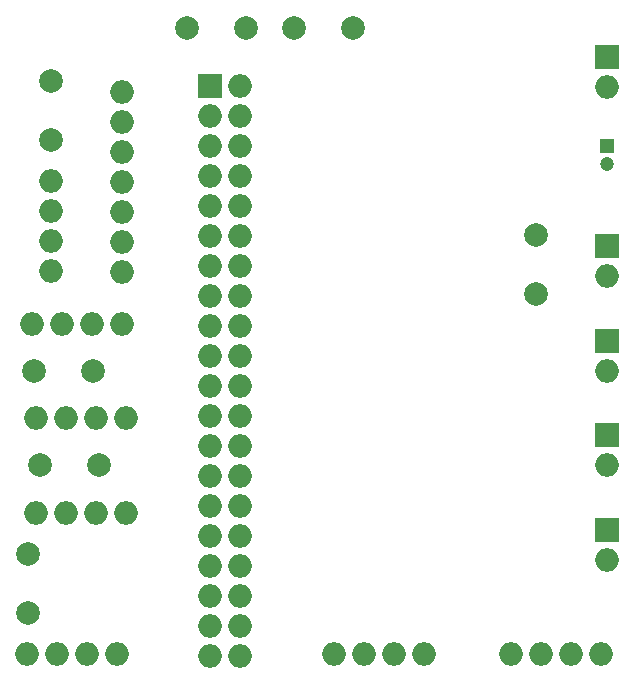
<source format=gbr>
%TF.GenerationSoftware,KiCad,Pcbnew,8.0.3*%
%TF.CreationDate,2024-12-07T00:12:21-03:00*%
%TF.ProjectId,eca,6563612e-6b69-4636-9164-5f7063625858,rev?*%
%TF.SameCoordinates,Original*%
%TF.FileFunction,Copper,L1,Top*%
%TF.FilePolarity,Positive*%
%FSLAX46Y46*%
G04 Gerber Fmt 4.6, Leading zero omitted, Abs format (unit mm)*
G04 Created by KiCad (PCBNEW 8.0.3) date 2024-12-07 00:12:21*
%MOMM*%
%LPD*%
G01*
G04 APERTURE LIST*
%TA.AperFunction,ComponentPad*%
%ADD10O,2.000000X2.000000*%
%TD*%
%TA.AperFunction,ComponentPad*%
%ADD11C,2.000000*%
%TD*%
%TA.AperFunction,ComponentPad*%
%ADD12R,2.000000X2.000000*%
%TD*%
%TA.AperFunction,ComponentPad*%
%ADD13C,1.200000*%
%TD*%
%TA.AperFunction,ComponentPad*%
%ADD14R,1.200000X1.200000*%
%TD*%
G04 APERTURE END LIST*
D10*
%TO.P,TCRT5000,1,Pin_1*%
%TO.N,3.3V*%
X106660000Y-116000000D03*
%TO.P,TCRT5000,2,Pin_2*%
%TO.N,GND*%
X109200000Y-116000000D03*
%TO.P,TCRT5000,3,Pin_3*%
%TO.N,GPIO5*%
X111740000Y-116000000D03*
%TO.P,TCRT5000,4,Pin_4*%
%TO.N,unconnected-(J4-Pin_4-Pad4)*%
X114280000Y-116000000D03*
%TD*%
D11*
%TO.P,C8,1*%
%TO.N,5V*%
X128500000Y-75000000D03*
%TO.P,C8,2*%
%TO.N,GND*%
X133500000Y-75000000D03*
%TD*%
D12*
%TO.P,J1,1,Pin_1*%
%TO.N,3.3V*%
X121400000Y-79880000D03*
D10*
%TO.P,J1,2,Pin_2*%
%TO.N,5V*%
X123940000Y-79880000D03*
%TO.P,J1,3,Pin_3*%
%TO.N,GPIO2*%
X121400000Y-82420000D03*
%TO.P,J1,4,Pin_4*%
%TO.N,5V*%
X123940000Y-82420000D03*
%TO.P,J1,5,Pin_5*%
%TO.N,GPIO3*%
X121400000Y-84960000D03*
%TO.P,J1,6,Pin_6*%
%TO.N,GND*%
X123940000Y-84960000D03*
%TO.P,J1,7,Pin_7*%
%TO.N,GPIO4*%
X121400000Y-87500000D03*
%TO.P,J1,8,Pin_8*%
%TO.N,GPIO14*%
X123940000Y-87500000D03*
%TO.P,J1,9,Pin_9*%
%TO.N,GND*%
X121400000Y-90040000D03*
%TO.P,J1,10,Pin_10*%
%TO.N,GPIO15*%
X123940000Y-90040000D03*
%TO.P,J1,11,Pin_11*%
%TO.N,GPIO17*%
X121400000Y-92580000D03*
%TO.P,J1,12,Pin_12*%
%TO.N,GPIO18*%
X123940000Y-92580000D03*
%TO.P,J1,13,Pin_13*%
%TO.N,GPIO27*%
X121400000Y-95120000D03*
%TO.P,J1,14,Pin_14*%
%TO.N,GND*%
X123940000Y-95120000D03*
%TO.P,J1,15,Pin_15*%
%TO.N,GPIO22*%
X121400000Y-97660000D03*
%TO.P,J1,16,Pin_16*%
%TO.N,GPIO23*%
X123940000Y-97660000D03*
%TO.P,J1,17,Pin_17*%
%TO.N,3.3V*%
X121400000Y-100200000D03*
%TO.P,J1,18,Pin_18*%
%TO.N,GPIO24*%
X123940000Y-100200000D03*
%TO.P,J1,19,Pin_19*%
%TO.N,GPIO10*%
X121400000Y-102740000D03*
%TO.P,J1,20,Pin_20*%
%TO.N,GND*%
X123940000Y-102740000D03*
%TO.P,J1,21,Pin_21*%
%TO.N,GPIO9*%
X121400000Y-105280000D03*
%TO.P,J1,22,Pin_22*%
%TO.N,GPIO25*%
X123940000Y-105280000D03*
%TO.P,J1,23,Pin_23*%
%TO.N,GPIO11*%
X121400000Y-107820000D03*
%TO.P,J1,24,Pin_24*%
%TO.N,GPIO8*%
X123940000Y-107820000D03*
%TO.P,J1,25,Pin_25*%
%TO.N,GND*%
X121400000Y-110360000D03*
%TO.P,J1,26,Pin_26*%
%TO.N,GPIO7*%
X123940000Y-110360000D03*
%TO.P,J1,27,Pin_27*%
%TO.N,ID_SD*%
X121400000Y-112900000D03*
%TO.P,J1,28,Pin_28*%
%TO.N,ID_SC*%
X123940000Y-112900000D03*
%TO.P,J1,29,Pin_29*%
%TO.N,GPIO5*%
X121400000Y-115440000D03*
%TO.P,J1,30,Pin_30*%
%TO.N,GND*%
X123940000Y-115440000D03*
%TO.P,J1,31,Pin_31*%
%TO.N,GPIO6*%
X121400000Y-117980000D03*
%TO.P,J1,32,Pin_32*%
%TO.N,GPIO12*%
X123940000Y-117980000D03*
%TO.P,J1,33,Pin_33*%
%TO.N,GPIO13*%
X121400000Y-120520000D03*
%TO.P,J1,34,Pin_34*%
%TO.N,GND*%
X123940000Y-120520000D03*
%TO.P,J1,35,Pin_35*%
%TO.N,GPIO19*%
X121400000Y-123060000D03*
%TO.P,J1,36,Pin_36*%
%TO.N,GPIO16*%
X123940000Y-123060000D03*
%TO.P,J1,37,Pin_37*%
%TO.N,GPIO26*%
X121400000Y-125600000D03*
%TO.P,J1,38,Pin_38*%
%TO.N,GPIO20*%
X123940000Y-125600000D03*
%TO.P,J1,39,Pin_39*%
%TO.N,GND*%
X121400000Y-128140000D03*
%TO.P,J1,40,Pin_40*%
%TO.N,GPIO21*%
X123940000Y-128140000D03*
%TD*%
D11*
%TO.P,C7,1*%
%TO.N,3.3V*%
X107000000Y-112000000D03*
%TO.P,C7,2*%
%TO.N,GND*%
X112000000Y-112000000D03*
%TD*%
D10*
%TO.P,J2,1,Pin_1*%
%TO.N,GPIO2*%
X108000000Y-87920000D03*
%TO.P,J2,2,Pin_2*%
%TO.N,GPIO3*%
X108000000Y-90460000D03*
%TO.P,J2,3,Pin_3*%
%TO.N,GND*%
X108000000Y-93000000D03*
%TO.P,J2,4,Pin_4*%
%TO.N,3.3V*%
X108000000Y-95540000D03*
%TD*%
%TO.P,J9,1,Pin_1*%
%TO.N,GPIO12*%
X139540000Y-128000000D03*
%TO.P,J9,2,Pin_2*%
%TO.N,GPIO16*%
X137000000Y-128000000D03*
%TO.P,J9,3,Pin_3*%
%TO.N,GPIO20*%
X134460000Y-128000000D03*
%TO.P,J9,4,Pin_4*%
%TO.N,GPIO21*%
X131920000Y-128000000D03*
%TD*%
D12*
%TO.P,Power Supply,1,Pin_1*%
%TO.N,5V*%
X155000000Y-77460000D03*
D10*
%TO.P,Power Supply,2,Pin_2*%
%TO.N,GND*%
X155000000Y-80000000D03*
%TD*%
D12*
%TO.P,J10,1,Pin_1*%
%TO.N,5V*%
X155000000Y-93460000D03*
D10*
%TO.P,J10,2,Pin_2*%
%TO.N,GND*%
X155000000Y-96000000D03*
%TD*%
%TO.P,J8,1,Pin_1*%
%TO.N,GPIO18*%
X154540000Y-128000000D03*
%TO.P,J8,2,Pin_2*%
%TO.N,GPIO23*%
X152000000Y-128000000D03*
%TO.P,J8,3,Pin_3*%
%TO.N,GPIO24*%
X149460000Y-128000000D03*
%TO.P,J8,4,Pin_4*%
%TO.N,GPIO25*%
X146920000Y-128000000D03*
%TD*%
D11*
%TO.P,C6,1*%
%TO.N,3.3V*%
X106500000Y-104000000D03*
%TO.P,C6,2*%
%TO.N,GND*%
X111500000Y-104000000D03*
%TD*%
D12*
%TO.P,J12,1,Pin_1*%
%TO.N,5V*%
X155000000Y-109460000D03*
D10*
%TO.P,J12,2,Pin_2*%
%TO.N,GND*%
X155000000Y-112000000D03*
%TD*%
%TO.P,J7,1,Pin_1*%
%TO.N,GPIO6*%
X105920000Y-128000000D03*
%TO.P,J7,2,Pin_2*%
%TO.N,GPIO13*%
X108460000Y-128000000D03*
%TO.P,J7,3,Pin_3*%
%TO.N,GPIO19*%
X111000000Y-128000000D03*
%TO.P,J7,4,Pin_4*%
%TO.N,GPIO26*%
X113540000Y-128000000D03*
%TD*%
D11*
%TO.P,C5,2*%
%TO.N,GND*%
X124500000Y-75000000D03*
%TO.P,C5,1*%
%TO.N,3.3V*%
X119500000Y-75000000D03*
%TD*%
%TO.P,C4,1*%
%TO.N,GND*%
X106000000Y-124500000D03*
%TO.P,C4,2*%
%TO.N,3.3V*%
X106000000Y-119500000D03*
%TD*%
%TO.P,C2,1*%
%TO.N,5V*%
X149000000Y-92500000D03*
%TO.P,C2,2*%
%TO.N,GND*%
X149000000Y-97500000D03*
%TD*%
%TO.P,C3,1*%
%TO.N,GND*%
X108000000Y-84500000D03*
%TO.P,C3,2*%
%TO.N,3.3V*%
X108000000Y-79500000D03*
%TD*%
D12*
%TO.P,J11,1,Pin_1*%
%TO.N,5V*%
X155000000Y-117460000D03*
D10*
%TO.P,J11,2,Pin_2*%
%TO.N,GND*%
X155000000Y-120000000D03*
%TD*%
D12*
%TO.P,J13,1,Pin_1*%
%TO.N,5V*%
X155000000Y-101460000D03*
D10*
%TO.P,J13,2,Pin_2*%
%TO.N,GND*%
X155000000Y-104000000D03*
%TD*%
D13*
%TO.P,C1,2*%
%TO.N,GND*%
X155000000Y-86500000D03*
D14*
%TO.P,C1,1*%
%TO.N,5V*%
X155000000Y-85000000D03*
%TD*%
D10*
%TO.P,TCRT5000,1,Pin_1*%
%TO.N,3.3V*%
X106380000Y-100000000D03*
%TO.P,TCRT5000,2,Pin_2*%
%TO.N,GND*%
X108920000Y-100000000D03*
%TO.P,TCRT5000,3,Pin_3*%
%TO.N,GPIO4*%
X111460000Y-100000000D03*
%TO.P,TCRT5000,4,Pin_4*%
%TO.N,unconnected-(J6-Pin_4-Pad4)*%
X114000000Y-100000000D03*
%TD*%
%TO.P,J5,1,Pin_1*%
%TO.N,3.3V*%
X106660000Y-108000000D03*
%TO.P,J5,2,Pin_2*%
%TO.N,GND*%
X109200000Y-108000000D03*
%TO.P,J5,3,Pin_3*%
%TO.N,GPIO17*%
X111740000Y-108000000D03*
%TO.P,J5,4,Pin_4*%
%TO.N,unconnected-(J5-Pin_4-Pad4)*%
X114280000Y-108000000D03*
%TD*%
%TO.P,J3,1,Pin_1*%
%TO.N,GND*%
X114000000Y-80380000D03*
%TO.P,J3,2,Pin_2*%
%TO.N,unconnected-(J3-Pin_2-Pad2)*%
X114000000Y-82920000D03*
%TO.P,J3,3,Pin_3*%
%TO.N,unconnected-(J3-Pin_3-Pad3)*%
X114000000Y-85460000D03*
%TO.P,J3,4,Pin_4*%
%TO.N,unconnected-(J3-Pin_4-Pad4)*%
X114000000Y-88000000D03*
%TO.P,J3,5,Pin_5*%
%TO.N,GPIO2*%
X114000000Y-90540000D03*
%TO.P,J3,6,Pin_6*%
%TO.N,GPIO3*%
X114000000Y-93080000D03*
%TO.P,J3,7,Pin_7*%
%TO.N,3.3V*%
X114000000Y-95620000D03*
%TD*%
M02*

</source>
